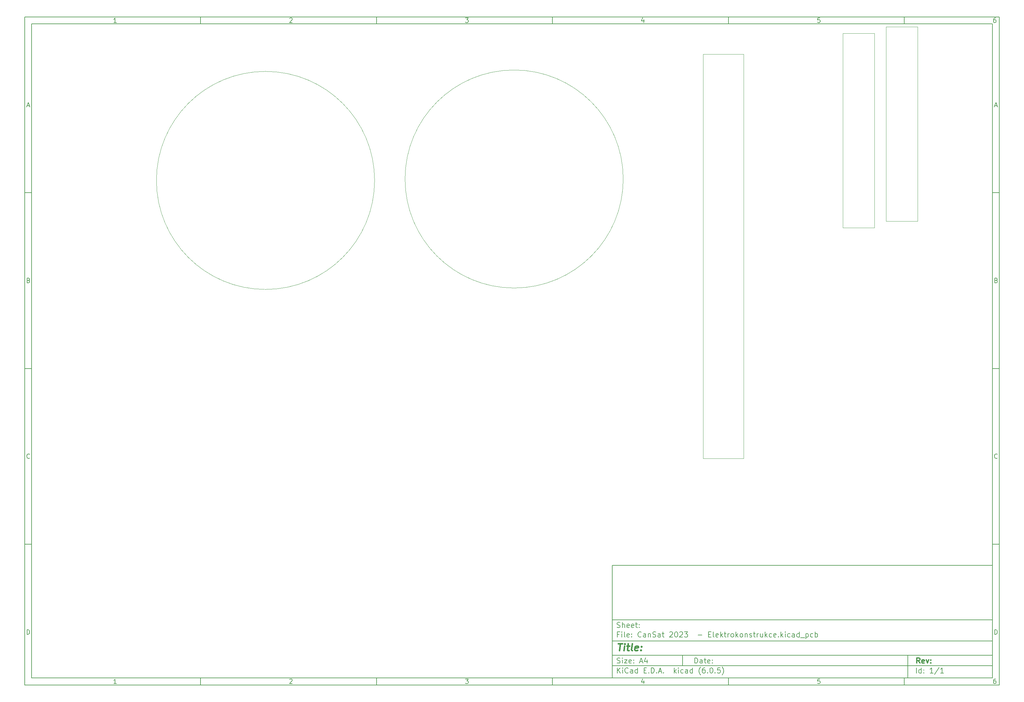
<source format=gbr>
%TF.GenerationSoftware,KiCad,Pcbnew,(6.0.5)*%
%TF.CreationDate,2022-11-07T11:26:13+01:00*%
%TF.ProjectId,CanSat 2023  - Elektrokonstrukce,43616e53-6174-4203-9230-323320202d20,rev?*%
%TF.SameCoordinates,Original*%
%TF.FileFunction,Profile,NP*%
%FSLAX46Y46*%
G04 Gerber Fmt 4.6, Leading zero omitted, Abs format (unit mm)*
G04 Created by KiCad (PCBNEW (6.0.5)) date 2022-11-07 11:26:13*
%MOMM*%
%LPD*%
G01*
G04 APERTURE LIST*
%ADD10C,0.100000*%
%ADD11C,0.150000*%
%ADD12C,0.300000*%
%ADD13C,0.400000*%
%TA.AperFunction,Profile*%
%ADD14C,0.100000*%
%TD*%
G04 APERTURE END LIST*
D10*
D11*
X177002200Y-166007200D02*
X177002200Y-198007200D01*
X285002200Y-198007200D01*
X285002200Y-166007200D01*
X177002200Y-166007200D01*
D10*
D11*
X10000000Y-10000000D02*
X10000000Y-200007200D01*
X287002200Y-200007200D01*
X287002200Y-10000000D01*
X10000000Y-10000000D01*
D10*
D11*
X12000000Y-12000000D02*
X12000000Y-198007200D01*
X285002200Y-198007200D01*
X285002200Y-12000000D01*
X12000000Y-12000000D01*
D10*
D11*
X60000000Y-12000000D02*
X60000000Y-10000000D01*
D10*
D11*
X110000000Y-12000000D02*
X110000000Y-10000000D01*
D10*
D11*
X160000000Y-12000000D02*
X160000000Y-10000000D01*
D10*
D11*
X210000000Y-12000000D02*
X210000000Y-10000000D01*
D10*
D11*
X260000000Y-12000000D02*
X260000000Y-10000000D01*
D10*
D11*
X36065476Y-11588095D02*
X35322619Y-11588095D01*
X35694047Y-11588095D02*
X35694047Y-10288095D01*
X35570238Y-10473809D01*
X35446428Y-10597619D01*
X35322619Y-10659523D01*
D10*
D11*
X85322619Y-10411904D02*
X85384523Y-10350000D01*
X85508333Y-10288095D01*
X85817857Y-10288095D01*
X85941666Y-10350000D01*
X86003571Y-10411904D01*
X86065476Y-10535714D01*
X86065476Y-10659523D01*
X86003571Y-10845238D01*
X85260714Y-11588095D01*
X86065476Y-11588095D01*
D10*
D11*
X135260714Y-10288095D02*
X136065476Y-10288095D01*
X135632142Y-10783333D01*
X135817857Y-10783333D01*
X135941666Y-10845238D01*
X136003571Y-10907142D01*
X136065476Y-11030952D01*
X136065476Y-11340476D01*
X136003571Y-11464285D01*
X135941666Y-11526190D01*
X135817857Y-11588095D01*
X135446428Y-11588095D01*
X135322619Y-11526190D01*
X135260714Y-11464285D01*
D10*
D11*
X185941666Y-10721428D02*
X185941666Y-11588095D01*
X185632142Y-10226190D02*
X185322619Y-11154761D01*
X186127380Y-11154761D01*
D10*
D11*
X236003571Y-10288095D02*
X235384523Y-10288095D01*
X235322619Y-10907142D01*
X235384523Y-10845238D01*
X235508333Y-10783333D01*
X235817857Y-10783333D01*
X235941666Y-10845238D01*
X236003571Y-10907142D01*
X236065476Y-11030952D01*
X236065476Y-11340476D01*
X236003571Y-11464285D01*
X235941666Y-11526190D01*
X235817857Y-11588095D01*
X235508333Y-11588095D01*
X235384523Y-11526190D01*
X235322619Y-11464285D01*
D10*
D11*
X285941666Y-10288095D02*
X285694047Y-10288095D01*
X285570238Y-10350000D01*
X285508333Y-10411904D01*
X285384523Y-10597619D01*
X285322619Y-10845238D01*
X285322619Y-11340476D01*
X285384523Y-11464285D01*
X285446428Y-11526190D01*
X285570238Y-11588095D01*
X285817857Y-11588095D01*
X285941666Y-11526190D01*
X286003571Y-11464285D01*
X286065476Y-11340476D01*
X286065476Y-11030952D01*
X286003571Y-10907142D01*
X285941666Y-10845238D01*
X285817857Y-10783333D01*
X285570238Y-10783333D01*
X285446428Y-10845238D01*
X285384523Y-10907142D01*
X285322619Y-11030952D01*
D10*
D11*
X60000000Y-198007200D02*
X60000000Y-200007200D01*
D10*
D11*
X110000000Y-198007200D02*
X110000000Y-200007200D01*
D10*
D11*
X160000000Y-198007200D02*
X160000000Y-200007200D01*
D10*
D11*
X210000000Y-198007200D02*
X210000000Y-200007200D01*
D10*
D11*
X260000000Y-198007200D02*
X260000000Y-200007200D01*
D10*
D11*
X36065476Y-199595295D02*
X35322619Y-199595295D01*
X35694047Y-199595295D02*
X35694047Y-198295295D01*
X35570238Y-198481009D01*
X35446428Y-198604819D01*
X35322619Y-198666723D01*
D10*
D11*
X85322619Y-198419104D02*
X85384523Y-198357200D01*
X85508333Y-198295295D01*
X85817857Y-198295295D01*
X85941666Y-198357200D01*
X86003571Y-198419104D01*
X86065476Y-198542914D01*
X86065476Y-198666723D01*
X86003571Y-198852438D01*
X85260714Y-199595295D01*
X86065476Y-199595295D01*
D10*
D11*
X135260714Y-198295295D02*
X136065476Y-198295295D01*
X135632142Y-198790533D01*
X135817857Y-198790533D01*
X135941666Y-198852438D01*
X136003571Y-198914342D01*
X136065476Y-199038152D01*
X136065476Y-199347676D01*
X136003571Y-199471485D01*
X135941666Y-199533390D01*
X135817857Y-199595295D01*
X135446428Y-199595295D01*
X135322619Y-199533390D01*
X135260714Y-199471485D01*
D10*
D11*
X185941666Y-198728628D02*
X185941666Y-199595295D01*
X185632142Y-198233390D02*
X185322619Y-199161961D01*
X186127380Y-199161961D01*
D10*
D11*
X236003571Y-198295295D02*
X235384523Y-198295295D01*
X235322619Y-198914342D01*
X235384523Y-198852438D01*
X235508333Y-198790533D01*
X235817857Y-198790533D01*
X235941666Y-198852438D01*
X236003571Y-198914342D01*
X236065476Y-199038152D01*
X236065476Y-199347676D01*
X236003571Y-199471485D01*
X235941666Y-199533390D01*
X235817857Y-199595295D01*
X235508333Y-199595295D01*
X235384523Y-199533390D01*
X235322619Y-199471485D01*
D10*
D11*
X285941666Y-198295295D02*
X285694047Y-198295295D01*
X285570238Y-198357200D01*
X285508333Y-198419104D01*
X285384523Y-198604819D01*
X285322619Y-198852438D01*
X285322619Y-199347676D01*
X285384523Y-199471485D01*
X285446428Y-199533390D01*
X285570238Y-199595295D01*
X285817857Y-199595295D01*
X285941666Y-199533390D01*
X286003571Y-199471485D01*
X286065476Y-199347676D01*
X286065476Y-199038152D01*
X286003571Y-198914342D01*
X285941666Y-198852438D01*
X285817857Y-198790533D01*
X285570238Y-198790533D01*
X285446428Y-198852438D01*
X285384523Y-198914342D01*
X285322619Y-199038152D01*
D10*
D11*
X10000000Y-60000000D02*
X12000000Y-60000000D01*
D10*
D11*
X10000000Y-110000000D02*
X12000000Y-110000000D01*
D10*
D11*
X10000000Y-160000000D02*
X12000000Y-160000000D01*
D10*
D11*
X10690476Y-35216666D02*
X11309523Y-35216666D01*
X10566666Y-35588095D02*
X11000000Y-34288095D01*
X11433333Y-35588095D01*
D10*
D11*
X11092857Y-84907142D02*
X11278571Y-84969047D01*
X11340476Y-85030952D01*
X11402380Y-85154761D01*
X11402380Y-85340476D01*
X11340476Y-85464285D01*
X11278571Y-85526190D01*
X11154761Y-85588095D01*
X10659523Y-85588095D01*
X10659523Y-84288095D01*
X11092857Y-84288095D01*
X11216666Y-84350000D01*
X11278571Y-84411904D01*
X11340476Y-84535714D01*
X11340476Y-84659523D01*
X11278571Y-84783333D01*
X11216666Y-84845238D01*
X11092857Y-84907142D01*
X10659523Y-84907142D01*
D10*
D11*
X11402380Y-135464285D02*
X11340476Y-135526190D01*
X11154761Y-135588095D01*
X11030952Y-135588095D01*
X10845238Y-135526190D01*
X10721428Y-135402380D01*
X10659523Y-135278571D01*
X10597619Y-135030952D01*
X10597619Y-134845238D01*
X10659523Y-134597619D01*
X10721428Y-134473809D01*
X10845238Y-134350000D01*
X11030952Y-134288095D01*
X11154761Y-134288095D01*
X11340476Y-134350000D01*
X11402380Y-134411904D01*
D10*
D11*
X10659523Y-185588095D02*
X10659523Y-184288095D01*
X10969047Y-184288095D01*
X11154761Y-184350000D01*
X11278571Y-184473809D01*
X11340476Y-184597619D01*
X11402380Y-184845238D01*
X11402380Y-185030952D01*
X11340476Y-185278571D01*
X11278571Y-185402380D01*
X11154761Y-185526190D01*
X10969047Y-185588095D01*
X10659523Y-185588095D01*
D10*
D11*
X287002200Y-60000000D02*
X285002200Y-60000000D01*
D10*
D11*
X287002200Y-110000000D02*
X285002200Y-110000000D01*
D10*
D11*
X287002200Y-160000000D02*
X285002200Y-160000000D01*
D10*
D11*
X285692676Y-35216666D02*
X286311723Y-35216666D01*
X285568866Y-35588095D02*
X286002200Y-34288095D01*
X286435533Y-35588095D01*
D10*
D11*
X286095057Y-84907142D02*
X286280771Y-84969047D01*
X286342676Y-85030952D01*
X286404580Y-85154761D01*
X286404580Y-85340476D01*
X286342676Y-85464285D01*
X286280771Y-85526190D01*
X286156961Y-85588095D01*
X285661723Y-85588095D01*
X285661723Y-84288095D01*
X286095057Y-84288095D01*
X286218866Y-84350000D01*
X286280771Y-84411904D01*
X286342676Y-84535714D01*
X286342676Y-84659523D01*
X286280771Y-84783333D01*
X286218866Y-84845238D01*
X286095057Y-84907142D01*
X285661723Y-84907142D01*
D10*
D11*
X286404580Y-135464285D02*
X286342676Y-135526190D01*
X286156961Y-135588095D01*
X286033152Y-135588095D01*
X285847438Y-135526190D01*
X285723628Y-135402380D01*
X285661723Y-135278571D01*
X285599819Y-135030952D01*
X285599819Y-134845238D01*
X285661723Y-134597619D01*
X285723628Y-134473809D01*
X285847438Y-134350000D01*
X286033152Y-134288095D01*
X286156961Y-134288095D01*
X286342676Y-134350000D01*
X286404580Y-134411904D01*
D10*
D11*
X285661723Y-185588095D02*
X285661723Y-184288095D01*
X285971247Y-184288095D01*
X286156961Y-184350000D01*
X286280771Y-184473809D01*
X286342676Y-184597619D01*
X286404580Y-184845238D01*
X286404580Y-185030952D01*
X286342676Y-185278571D01*
X286280771Y-185402380D01*
X286156961Y-185526190D01*
X285971247Y-185588095D01*
X285661723Y-185588095D01*
D10*
D11*
X200434342Y-193785771D02*
X200434342Y-192285771D01*
X200791485Y-192285771D01*
X201005771Y-192357200D01*
X201148628Y-192500057D01*
X201220057Y-192642914D01*
X201291485Y-192928628D01*
X201291485Y-193142914D01*
X201220057Y-193428628D01*
X201148628Y-193571485D01*
X201005771Y-193714342D01*
X200791485Y-193785771D01*
X200434342Y-193785771D01*
X202577200Y-193785771D02*
X202577200Y-193000057D01*
X202505771Y-192857200D01*
X202362914Y-192785771D01*
X202077200Y-192785771D01*
X201934342Y-192857200D01*
X202577200Y-193714342D02*
X202434342Y-193785771D01*
X202077200Y-193785771D01*
X201934342Y-193714342D01*
X201862914Y-193571485D01*
X201862914Y-193428628D01*
X201934342Y-193285771D01*
X202077200Y-193214342D01*
X202434342Y-193214342D01*
X202577200Y-193142914D01*
X203077200Y-192785771D02*
X203648628Y-192785771D01*
X203291485Y-192285771D02*
X203291485Y-193571485D01*
X203362914Y-193714342D01*
X203505771Y-193785771D01*
X203648628Y-193785771D01*
X204720057Y-193714342D02*
X204577200Y-193785771D01*
X204291485Y-193785771D01*
X204148628Y-193714342D01*
X204077200Y-193571485D01*
X204077200Y-193000057D01*
X204148628Y-192857200D01*
X204291485Y-192785771D01*
X204577200Y-192785771D01*
X204720057Y-192857200D01*
X204791485Y-193000057D01*
X204791485Y-193142914D01*
X204077200Y-193285771D01*
X205434342Y-193642914D02*
X205505771Y-193714342D01*
X205434342Y-193785771D01*
X205362914Y-193714342D01*
X205434342Y-193642914D01*
X205434342Y-193785771D01*
X205434342Y-192857200D02*
X205505771Y-192928628D01*
X205434342Y-193000057D01*
X205362914Y-192928628D01*
X205434342Y-192857200D01*
X205434342Y-193000057D01*
D10*
D11*
X177002200Y-194507200D02*
X285002200Y-194507200D01*
D10*
D11*
X178434342Y-196585771D02*
X178434342Y-195085771D01*
X179291485Y-196585771D02*
X178648628Y-195728628D01*
X179291485Y-195085771D02*
X178434342Y-195942914D01*
X179934342Y-196585771D02*
X179934342Y-195585771D01*
X179934342Y-195085771D02*
X179862914Y-195157200D01*
X179934342Y-195228628D01*
X180005771Y-195157200D01*
X179934342Y-195085771D01*
X179934342Y-195228628D01*
X181505771Y-196442914D02*
X181434342Y-196514342D01*
X181220057Y-196585771D01*
X181077200Y-196585771D01*
X180862914Y-196514342D01*
X180720057Y-196371485D01*
X180648628Y-196228628D01*
X180577200Y-195942914D01*
X180577200Y-195728628D01*
X180648628Y-195442914D01*
X180720057Y-195300057D01*
X180862914Y-195157200D01*
X181077200Y-195085771D01*
X181220057Y-195085771D01*
X181434342Y-195157200D01*
X181505771Y-195228628D01*
X182791485Y-196585771D02*
X182791485Y-195800057D01*
X182720057Y-195657200D01*
X182577200Y-195585771D01*
X182291485Y-195585771D01*
X182148628Y-195657200D01*
X182791485Y-196514342D02*
X182648628Y-196585771D01*
X182291485Y-196585771D01*
X182148628Y-196514342D01*
X182077200Y-196371485D01*
X182077200Y-196228628D01*
X182148628Y-196085771D01*
X182291485Y-196014342D01*
X182648628Y-196014342D01*
X182791485Y-195942914D01*
X184148628Y-196585771D02*
X184148628Y-195085771D01*
X184148628Y-196514342D02*
X184005771Y-196585771D01*
X183720057Y-196585771D01*
X183577200Y-196514342D01*
X183505771Y-196442914D01*
X183434342Y-196300057D01*
X183434342Y-195871485D01*
X183505771Y-195728628D01*
X183577200Y-195657200D01*
X183720057Y-195585771D01*
X184005771Y-195585771D01*
X184148628Y-195657200D01*
X186005771Y-195800057D02*
X186505771Y-195800057D01*
X186720057Y-196585771D02*
X186005771Y-196585771D01*
X186005771Y-195085771D01*
X186720057Y-195085771D01*
X187362914Y-196442914D02*
X187434342Y-196514342D01*
X187362914Y-196585771D01*
X187291485Y-196514342D01*
X187362914Y-196442914D01*
X187362914Y-196585771D01*
X188077200Y-196585771D02*
X188077200Y-195085771D01*
X188434342Y-195085771D01*
X188648628Y-195157200D01*
X188791485Y-195300057D01*
X188862914Y-195442914D01*
X188934342Y-195728628D01*
X188934342Y-195942914D01*
X188862914Y-196228628D01*
X188791485Y-196371485D01*
X188648628Y-196514342D01*
X188434342Y-196585771D01*
X188077200Y-196585771D01*
X189577200Y-196442914D02*
X189648628Y-196514342D01*
X189577200Y-196585771D01*
X189505771Y-196514342D01*
X189577200Y-196442914D01*
X189577200Y-196585771D01*
X190220057Y-196157200D02*
X190934342Y-196157200D01*
X190077200Y-196585771D02*
X190577200Y-195085771D01*
X191077200Y-196585771D01*
X191577200Y-196442914D02*
X191648628Y-196514342D01*
X191577200Y-196585771D01*
X191505771Y-196514342D01*
X191577200Y-196442914D01*
X191577200Y-196585771D01*
X194577200Y-196585771D02*
X194577200Y-195085771D01*
X194720057Y-196014342D02*
X195148628Y-196585771D01*
X195148628Y-195585771D02*
X194577200Y-196157200D01*
X195791485Y-196585771D02*
X195791485Y-195585771D01*
X195791485Y-195085771D02*
X195720057Y-195157200D01*
X195791485Y-195228628D01*
X195862914Y-195157200D01*
X195791485Y-195085771D01*
X195791485Y-195228628D01*
X197148628Y-196514342D02*
X197005771Y-196585771D01*
X196720057Y-196585771D01*
X196577200Y-196514342D01*
X196505771Y-196442914D01*
X196434342Y-196300057D01*
X196434342Y-195871485D01*
X196505771Y-195728628D01*
X196577200Y-195657200D01*
X196720057Y-195585771D01*
X197005771Y-195585771D01*
X197148628Y-195657200D01*
X198434342Y-196585771D02*
X198434342Y-195800057D01*
X198362914Y-195657200D01*
X198220057Y-195585771D01*
X197934342Y-195585771D01*
X197791485Y-195657200D01*
X198434342Y-196514342D02*
X198291485Y-196585771D01*
X197934342Y-196585771D01*
X197791485Y-196514342D01*
X197720057Y-196371485D01*
X197720057Y-196228628D01*
X197791485Y-196085771D01*
X197934342Y-196014342D01*
X198291485Y-196014342D01*
X198434342Y-195942914D01*
X199791485Y-196585771D02*
X199791485Y-195085771D01*
X199791485Y-196514342D02*
X199648628Y-196585771D01*
X199362914Y-196585771D01*
X199220057Y-196514342D01*
X199148628Y-196442914D01*
X199077200Y-196300057D01*
X199077200Y-195871485D01*
X199148628Y-195728628D01*
X199220057Y-195657200D01*
X199362914Y-195585771D01*
X199648628Y-195585771D01*
X199791485Y-195657200D01*
X202077200Y-197157200D02*
X202005771Y-197085771D01*
X201862914Y-196871485D01*
X201791485Y-196728628D01*
X201720057Y-196514342D01*
X201648628Y-196157200D01*
X201648628Y-195871485D01*
X201720057Y-195514342D01*
X201791485Y-195300057D01*
X201862914Y-195157200D01*
X202005771Y-194942914D01*
X202077200Y-194871485D01*
X203291485Y-195085771D02*
X203005771Y-195085771D01*
X202862914Y-195157200D01*
X202791485Y-195228628D01*
X202648628Y-195442914D01*
X202577200Y-195728628D01*
X202577200Y-196300057D01*
X202648628Y-196442914D01*
X202720057Y-196514342D01*
X202862914Y-196585771D01*
X203148628Y-196585771D01*
X203291485Y-196514342D01*
X203362914Y-196442914D01*
X203434342Y-196300057D01*
X203434342Y-195942914D01*
X203362914Y-195800057D01*
X203291485Y-195728628D01*
X203148628Y-195657200D01*
X202862914Y-195657200D01*
X202720057Y-195728628D01*
X202648628Y-195800057D01*
X202577200Y-195942914D01*
X204077200Y-196442914D02*
X204148628Y-196514342D01*
X204077200Y-196585771D01*
X204005771Y-196514342D01*
X204077200Y-196442914D01*
X204077200Y-196585771D01*
X205077200Y-195085771D02*
X205220057Y-195085771D01*
X205362914Y-195157200D01*
X205434342Y-195228628D01*
X205505771Y-195371485D01*
X205577200Y-195657200D01*
X205577200Y-196014342D01*
X205505771Y-196300057D01*
X205434342Y-196442914D01*
X205362914Y-196514342D01*
X205220057Y-196585771D01*
X205077200Y-196585771D01*
X204934342Y-196514342D01*
X204862914Y-196442914D01*
X204791485Y-196300057D01*
X204720057Y-196014342D01*
X204720057Y-195657200D01*
X204791485Y-195371485D01*
X204862914Y-195228628D01*
X204934342Y-195157200D01*
X205077200Y-195085771D01*
X206220057Y-196442914D02*
X206291485Y-196514342D01*
X206220057Y-196585771D01*
X206148628Y-196514342D01*
X206220057Y-196442914D01*
X206220057Y-196585771D01*
X207648628Y-195085771D02*
X206934342Y-195085771D01*
X206862914Y-195800057D01*
X206934342Y-195728628D01*
X207077200Y-195657200D01*
X207434342Y-195657200D01*
X207577200Y-195728628D01*
X207648628Y-195800057D01*
X207720057Y-195942914D01*
X207720057Y-196300057D01*
X207648628Y-196442914D01*
X207577200Y-196514342D01*
X207434342Y-196585771D01*
X207077200Y-196585771D01*
X206934342Y-196514342D01*
X206862914Y-196442914D01*
X208220057Y-197157200D02*
X208291485Y-197085771D01*
X208434342Y-196871485D01*
X208505771Y-196728628D01*
X208577200Y-196514342D01*
X208648628Y-196157200D01*
X208648628Y-195871485D01*
X208577200Y-195514342D01*
X208505771Y-195300057D01*
X208434342Y-195157200D01*
X208291485Y-194942914D01*
X208220057Y-194871485D01*
D10*
D11*
X177002200Y-191507200D02*
X285002200Y-191507200D01*
D10*
D12*
X264411485Y-193785771D02*
X263911485Y-193071485D01*
X263554342Y-193785771D02*
X263554342Y-192285771D01*
X264125771Y-192285771D01*
X264268628Y-192357200D01*
X264340057Y-192428628D01*
X264411485Y-192571485D01*
X264411485Y-192785771D01*
X264340057Y-192928628D01*
X264268628Y-193000057D01*
X264125771Y-193071485D01*
X263554342Y-193071485D01*
X265625771Y-193714342D02*
X265482914Y-193785771D01*
X265197200Y-193785771D01*
X265054342Y-193714342D01*
X264982914Y-193571485D01*
X264982914Y-193000057D01*
X265054342Y-192857200D01*
X265197200Y-192785771D01*
X265482914Y-192785771D01*
X265625771Y-192857200D01*
X265697200Y-193000057D01*
X265697200Y-193142914D01*
X264982914Y-193285771D01*
X266197200Y-192785771D02*
X266554342Y-193785771D01*
X266911485Y-192785771D01*
X267482914Y-193642914D02*
X267554342Y-193714342D01*
X267482914Y-193785771D01*
X267411485Y-193714342D01*
X267482914Y-193642914D01*
X267482914Y-193785771D01*
X267482914Y-192857200D02*
X267554342Y-192928628D01*
X267482914Y-193000057D01*
X267411485Y-192928628D01*
X267482914Y-192857200D01*
X267482914Y-193000057D01*
D10*
D11*
X178362914Y-193714342D02*
X178577200Y-193785771D01*
X178934342Y-193785771D01*
X179077200Y-193714342D01*
X179148628Y-193642914D01*
X179220057Y-193500057D01*
X179220057Y-193357200D01*
X179148628Y-193214342D01*
X179077200Y-193142914D01*
X178934342Y-193071485D01*
X178648628Y-193000057D01*
X178505771Y-192928628D01*
X178434342Y-192857200D01*
X178362914Y-192714342D01*
X178362914Y-192571485D01*
X178434342Y-192428628D01*
X178505771Y-192357200D01*
X178648628Y-192285771D01*
X179005771Y-192285771D01*
X179220057Y-192357200D01*
X179862914Y-193785771D02*
X179862914Y-192785771D01*
X179862914Y-192285771D02*
X179791485Y-192357200D01*
X179862914Y-192428628D01*
X179934342Y-192357200D01*
X179862914Y-192285771D01*
X179862914Y-192428628D01*
X180434342Y-192785771D02*
X181220057Y-192785771D01*
X180434342Y-193785771D01*
X181220057Y-193785771D01*
X182362914Y-193714342D02*
X182220057Y-193785771D01*
X181934342Y-193785771D01*
X181791485Y-193714342D01*
X181720057Y-193571485D01*
X181720057Y-193000057D01*
X181791485Y-192857200D01*
X181934342Y-192785771D01*
X182220057Y-192785771D01*
X182362914Y-192857200D01*
X182434342Y-193000057D01*
X182434342Y-193142914D01*
X181720057Y-193285771D01*
X183077200Y-193642914D02*
X183148628Y-193714342D01*
X183077200Y-193785771D01*
X183005771Y-193714342D01*
X183077200Y-193642914D01*
X183077200Y-193785771D01*
X183077200Y-192857200D02*
X183148628Y-192928628D01*
X183077200Y-193000057D01*
X183005771Y-192928628D01*
X183077200Y-192857200D01*
X183077200Y-193000057D01*
X184862914Y-193357200D02*
X185577200Y-193357200D01*
X184720057Y-193785771D02*
X185220057Y-192285771D01*
X185720057Y-193785771D01*
X186862914Y-192785771D02*
X186862914Y-193785771D01*
X186505771Y-192214342D02*
X186148628Y-193285771D01*
X187077200Y-193285771D01*
D10*
D11*
X263434342Y-196585771D02*
X263434342Y-195085771D01*
X264791485Y-196585771D02*
X264791485Y-195085771D01*
X264791485Y-196514342D02*
X264648628Y-196585771D01*
X264362914Y-196585771D01*
X264220057Y-196514342D01*
X264148628Y-196442914D01*
X264077200Y-196300057D01*
X264077200Y-195871485D01*
X264148628Y-195728628D01*
X264220057Y-195657200D01*
X264362914Y-195585771D01*
X264648628Y-195585771D01*
X264791485Y-195657200D01*
X265505771Y-196442914D02*
X265577200Y-196514342D01*
X265505771Y-196585771D01*
X265434342Y-196514342D01*
X265505771Y-196442914D01*
X265505771Y-196585771D01*
X265505771Y-195657200D02*
X265577200Y-195728628D01*
X265505771Y-195800057D01*
X265434342Y-195728628D01*
X265505771Y-195657200D01*
X265505771Y-195800057D01*
X268148628Y-196585771D02*
X267291485Y-196585771D01*
X267720057Y-196585771D02*
X267720057Y-195085771D01*
X267577200Y-195300057D01*
X267434342Y-195442914D01*
X267291485Y-195514342D01*
X269862914Y-195014342D02*
X268577200Y-196942914D01*
X271148628Y-196585771D02*
X270291485Y-196585771D01*
X270720057Y-196585771D02*
X270720057Y-195085771D01*
X270577200Y-195300057D01*
X270434342Y-195442914D01*
X270291485Y-195514342D01*
D10*
D11*
X177002200Y-187507200D02*
X285002200Y-187507200D01*
D10*
D13*
X178714580Y-188211961D02*
X179857438Y-188211961D01*
X179036009Y-190211961D02*
X179286009Y-188211961D01*
X180274104Y-190211961D02*
X180440771Y-188878628D01*
X180524104Y-188211961D02*
X180416961Y-188307200D01*
X180500295Y-188402438D01*
X180607438Y-188307200D01*
X180524104Y-188211961D01*
X180500295Y-188402438D01*
X181107438Y-188878628D02*
X181869342Y-188878628D01*
X181476485Y-188211961D02*
X181262200Y-189926247D01*
X181333628Y-190116723D01*
X181512200Y-190211961D01*
X181702676Y-190211961D01*
X182655057Y-190211961D02*
X182476485Y-190116723D01*
X182405057Y-189926247D01*
X182619342Y-188211961D01*
X184190771Y-190116723D02*
X183988390Y-190211961D01*
X183607438Y-190211961D01*
X183428866Y-190116723D01*
X183357438Y-189926247D01*
X183452676Y-189164342D01*
X183571723Y-188973866D01*
X183774104Y-188878628D01*
X184155057Y-188878628D01*
X184333628Y-188973866D01*
X184405057Y-189164342D01*
X184381247Y-189354819D01*
X183405057Y-189545295D01*
X185155057Y-190021485D02*
X185238390Y-190116723D01*
X185131247Y-190211961D01*
X185047914Y-190116723D01*
X185155057Y-190021485D01*
X185131247Y-190211961D01*
X185286009Y-188973866D02*
X185369342Y-189069104D01*
X185262200Y-189164342D01*
X185178866Y-189069104D01*
X185286009Y-188973866D01*
X185262200Y-189164342D01*
D10*
D11*
X178934342Y-185600057D02*
X178434342Y-185600057D01*
X178434342Y-186385771D02*
X178434342Y-184885771D01*
X179148628Y-184885771D01*
X179720057Y-186385771D02*
X179720057Y-185385771D01*
X179720057Y-184885771D02*
X179648628Y-184957200D01*
X179720057Y-185028628D01*
X179791485Y-184957200D01*
X179720057Y-184885771D01*
X179720057Y-185028628D01*
X180648628Y-186385771D02*
X180505771Y-186314342D01*
X180434342Y-186171485D01*
X180434342Y-184885771D01*
X181791485Y-186314342D02*
X181648628Y-186385771D01*
X181362914Y-186385771D01*
X181220057Y-186314342D01*
X181148628Y-186171485D01*
X181148628Y-185600057D01*
X181220057Y-185457200D01*
X181362914Y-185385771D01*
X181648628Y-185385771D01*
X181791485Y-185457200D01*
X181862914Y-185600057D01*
X181862914Y-185742914D01*
X181148628Y-185885771D01*
X182505771Y-186242914D02*
X182577200Y-186314342D01*
X182505771Y-186385771D01*
X182434342Y-186314342D01*
X182505771Y-186242914D01*
X182505771Y-186385771D01*
X182505771Y-185457200D02*
X182577200Y-185528628D01*
X182505771Y-185600057D01*
X182434342Y-185528628D01*
X182505771Y-185457200D01*
X182505771Y-185600057D01*
X185220057Y-186242914D02*
X185148628Y-186314342D01*
X184934342Y-186385771D01*
X184791485Y-186385771D01*
X184577200Y-186314342D01*
X184434342Y-186171485D01*
X184362914Y-186028628D01*
X184291485Y-185742914D01*
X184291485Y-185528628D01*
X184362914Y-185242914D01*
X184434342Y-185100057D01*
X184577200Y-184957200D01*
X184791485Y-184885771D01*
X184934342Y-184885771D01*
X185148628Y-184957200D01*
X185220057Y-185028628D01*
X186505771Y-186385771D02*
X186505771Y-185600057D01*
X186434342Y-185457200D01*
X186291485Y-185385771D01*
X186005771Y-185385771D01*
X185862914Y-185457200D01*
X186505771Y-186314342D02*
X186362914Y-186385771D01*
X186005771Y-186385771D01*
X185862914Y-186314342D01*
X185791485Y-186171485D01*
X185791485Y-186028628D01*
X185862914Y-185885771D01*
X186005771Y-185814342D01*
X186362914Y-185814342D01*
X186505771Y-185742914D01*
X187220057Y-185385771D02*
X187220057Y-186385771D01*
X187220057Y-185528628D02*
X187291485Y-185457200D01*
X187434342Y-185385771D01*
X187648628Y-185385771D01*
X187791485Y-185457200D01*
X187862914Y-185600057D01*
X187862914Y-186385771D01*
X188505771Y-186314342D02*
X188720057Y-186385771D01*
X189077200Y-186385771D01*
X189220057Y-186314342D01*
X189291485Y-186242914D01*
X189362914Y-186100057D01*
X189362914Y-185957200D01*
X189291485Y-185814342D01*
X189220057Y-185742914D01*
X189077200Y-185671485D01*
X188791485Y-185600057D01*
X188648628Y-185528628D01*
X188577200Y-185457200D01*
X188505771Y-185314342D01*
X188505771Y-185171485D01*
X188577200Y-185028628D01*
X188648628Y-184957200D01*
X188791485Y-184885771D01*
X189148628Y-184885771D01*
X189362914Y-184957200D01*
X190648628Y-186385771D02*
X190648628Y-185600057D01*
X190577200Y-185457200D01*
X190434342Y-185385771D01*
X190148628Y-185385771D01*
X190005771Y-185457200D01*
X190648628Y-186314342D02*
X190505771Y-186385771D01*
X190148628Y-186385771D01*
X190005771Y-186314342D01*
X189934342Y-186171485D01*
X189934342Y-186028628D01*
X190005771Y-185885771D01*
X190148628Y-185814342D01*
X190505771Y-185814342D01*
X190648628Y-185742914D01*
X191148628Y-185385771D02*
X191720057Y-185385771D01*
X191362914Y-184885771D02*
X191362914Y-186171485D01*
X191434342Y-186314342D01*
X191577200Y-186385771D01*
X191720057Y-186385771D01*
X193291485Y-185028628D02*
X193362914Y-184957200D01*
X193505771Y-184885771D01*
X193862914Y-184885771D01*
X194005771Y-184957200D01*
X194077200Y-185028628D01*
X194148628Y-185171485D01*
X194148628Y-185314342D01*
X194077200Y-185528628D01*
X193220057Y-186385771D01*
X194148628Y-186385771D01*
X195077200Y-184885771D02*
X195220057Y-184885771D01*
X195362914Y-184957200D01*
X195434342Y-185028628D01*
X195505771Y-185171485D01*
X195577200Y-185457200D01*
X195577200Y-185814342D01*
X195505771Y-186100057D01*
X195434342Y-186242914D01*
X195362914Y-186314342D01*
X195220057Y-186385771D01*
X195077200Y-186385771D01*
X194934342Y-186314342D01*
X194862914Y-186242914D01*
X194791485Y-186100057D01*
X194720057Y-185814342D01*
X194720057Y-185457200D01*
X194791485Y-185171485D01*
X194862914Y-185028628D01*
X194934342Y-184957200D01*
X195077200Y-184885771D01*
X196148628Y-185028628D02*
X196220057Y-184957200D01*
X196362914Y-184885771D01*
X196720057Y-184885771D01*
X196862914Y-184957200D01*
X196934342Y-185028628D01*
X197005771Y-185171485D01*
X197005771Y-185314342D01*
X196934342Y-185528628D01*
X196077200Y-186385771D01*
X197005771Y-186385771D01*
X197505771Y-184885771D02*
X198434342Y-184885771D01*
X197934342Y-185457200D01*
X198148628Y-185457200D01*
X198291485Y-185528628D01*
X198362914Y-185600057D01*
X198434342Y-185742914D01*
X198434342Y-186100057D01*
X198362914Y-186242914D01*
X198291485Y-186314342D01*
X198148628Y-186385771D01*
X197720057Y-186385771D01*
X197577200Y-186314342D01*
X197505771Y-186242914D01*
X201362914Y-185814342D02*
X202505771Y-185814342D01*
X204362914Y-185600057D02*
X204862914Y-185600057D01*
X205077200Y-186385771D02*
X204362914Y-186385771D01*
X204362914Y-184885771D01*
X205077200Y-184885771D01*
X205934342Y-186385771D02*
X205791485Y-186314342D01*
X205720057Y-186171485D01*
X205720057Y-184885771D01*
X207077200Y-186314342D02*
X206934342Y-186385771D01*
X206648628Y-186385771D01*
X206505771Y-186314342D01*
X206434342Y-186171485D01*
X206434342Y-185600057D01*
X206505771Y-185457200D01*
X206648628Y-185385771D01*
X206934342Y-185385771D01*
X207077200Y-185457200D01*
X207148628Y-185600057D01*
X207148628Y-185742914D01*
X206434342Y-185885771D01*
X207791485Y-186385771D02*
X207791485Y-184885771D01*
X207934342Y-185814342D02*
X208362914Y-186385771D01*
X208362914Y-185385771D02*
X207791485Y-185957200D01*
X208791485Y-185385771D02*
X209362914Y-185385771D01*
X209005771Y-184885771D02*
X209005771Y-186171485D01*
X209077200Y-186314342D01*
X209220057Y-186385771D01*
X209362914Y-186385771D01*
X209862914Y-186385771D02*
X209862914Y-185385771D01*
X209862914Y-185671485D02*
X209934342Y-185528628D01*
X210005771Y-185457200D01*
X210148628Y-185385771D01*
X210291485Y-185385771D01*
X211005771Y-186385771D02*
X210862914Y-186314342D01*
X210791485Y-186242914D01*
X210720057Y-186100057D01*
X210720057Y-185671485D01*
X210791485Y-185528628D01*
X210862914Y-185457200D01*
X211005771Y-185385771D01*
X211220057Y-185385771D01*
X211362914Y-185457200D01*
X211434342Y-185528628D01*
X211505771Y-185671485D01*
X211505771Y-186100057D01*
X211434342Y-186242914D01*
X211362914Y-186314342D01*
X211220057Y-186385771D01*
X211005771Y-186385771D01*
X212148628Y-186385771D02*
X212148628Y-184885771D01*
X212291485Y-185814342D02*
X212720057Y-186385771D01*
X212720057Y-185385771D02*
X212148628Y-185957200D01*
X213577200Y-186385771D02*
X213434342Y-186314342D01*
X213362914Y-186242914D01*
X213291485Y-186100057D01*
X213291485Y-185671485D01*
X213362914Y-185528628D01*
X213434342Y-185457200D01*
X213577200Y-185385771D01*
X213791485Y-185385771D01*
X213934342Y-185457200D01*
X214005771Y-185528628D01*
X214077200Y-185671485D01*
X214077200Y-186100057D01*
X214005771Y-186242914D01*
X213934342Y-186314342D01*
X213791485Y-186385771D01*
X213577200Y-186385771D01*
X214720057Y-185385771D02*
X214720057Y-186385771D01*
X214720057Y-185528628D02*
X214791485Y-185457200D01*
X214934342Y-185385771D01*
X215148628Y-185385771D01*
X215291485Y-185457200D01*
X215362914Y-185600057D01*
X215362914Y-186385771D01*
X216005771Y-186314342D02*
X216148628Y-186385771D01*
X216434342Y-186385771D01*
X216577200Y-186314342D01*
X216648628Y-186171485D01*
X216648628Y-186100057D01*
X216577200Y-185957200D01*
X216434342Y-185885771D01*
X216220057Y-185885771D01*
X216077200Y-185814342D01*
X216005771Y-185671485D01*
X216005771Y-185600057D01*
X216077200Y-185457200D01*
X216220057Y-185385771D01*
X216434342Y-185385771D01*
X216577200Y-185457200D01*
X217077200Y-185385771D02*
X217648628Y-185385771D01*
X217291485Y-184885771D02*
X217291485Y-186171485D01*
X217362914Y-186314342D01*
X217505771Y-186385771D01*
X217648628Y-186385771D01*
X218148628Y-186385771D02*
X218148628Y-185385771D01*
X218148628Y-185671485D02*
X218220057Y-185528628D01*
X218291485Y-185457200D01*
X218434342Y-185385771D01*
X218577200Y-185385771D01*
X219720057Y-185385771D02*
X219720057Y-186385771D01*
X219077200Y-185385771D02*
X219077200Y-186171485D01*
X219148628Y-186314342D01*
X219291485Y-186385771D01*
X219505771Y-186385771D01*
X219648628Y-186314342D01*
X219720057Y-186242914D01*
X220434342Y-186385771D02*
X220434342Y-184885771D01*
X220577200Y-185814342D02*
X221005771Y-186385771D01*
X221005771Y-185385771D02*
X220434342Y-185957200D01*
X222291485Y-186314342D02*
X222148628Y-186385771D01*
X221862914Y-186385771D01*
X221720057Y-186314342D01*
X221648628Y-186242914D01*
X221577200Y-186100057D01*
X221577200Y-185671485D01*
X221648628Y-185528628D01*
X221720057Y-185457200D01*
X221862914Y-185385771D01*
X222148628Y-185385771D01*
X222291485Y-185457200D01*
X223505771Y-186314342D02*
X223362914Y-186385771D01*
X223077200Y-186385771D01*
X222934342Y-186314342D01*
X222862914Y-186171485D01*
X222862914Y-185600057D01*
X222934342Y-185457200D01*
X223077200Y-185385771D01*
X223362914Y-185385771D01*
X223505771Y-185457200D01*
X223577200Y-185600057D01*
X223577200Y-185742914D01*
X222862914Y-185885771D01*
X224220057Y-186242914D02*
X224291485Y-186314342D01*
X224220057Y-186385771D01*
X224148628Y-186314342D01*
X224220057Y-186242914D01*
X224220057Y-186385771D01*
X224934342Y-186385771D02*
X224934342Y-184885771D01*
X225077200Y-185814342D02*
X225505771Y-186385771D01*
X225505771Y-185385771D02*
X224934342Y-185957200D01*
X226148628Y-186385771D02*
X226148628Y-185385771D01*
X226148628Y-184885771D02*
X226077200Y-184957200D01*
X226148628Y-185028628D01*
X226220057Y-184957200D01*
X226148628Y-184885771D01*
X226148628Y-185028628D01*
X227505771Y-186314342D02*
X227362914Y-186385771D01*
X227077200Y-186385771D01*
X226934342Y-186314342D01*
X226862914Y-186242914D01*
X226791485Y-186100057D01*
X226791485Y-185671485D01*
X226862914Y-185528628D01*
X226934342Y-185457200D01*
X227077200Y-185385771D01*
X227362914Y-185385771D01*
X227505771Y-185457200D01*
X228791485Y-186385771D02*
X228791485Y-185600057D01*
X228720057Y-185457200D01*
X228577200Y-185385771D01*
X228291485Y-185385771D01*
X228148628Y-185457200D01*
X228791485Y-186314342D02*
X228648628Y-186385771D01*
X228291485Y-186385771D01*
X228148628Y-186314342D01*
X228077200Y-186171485D01*
X228077200Y-186028628D01*
X228148628Y-185885771D01*
X228291485Y-185814342D01*
X228648628Y-185814342D01*
X228791485Y-185742914D01*
X230148628Y-186385771D02*
X230148628Y-184885771D01*
X230148628Y-186314342D02*
X230005771Y-186385771D01*
X229720057Y-186385771D01*
X229577200Y-186314342D01*
X229505771Y-186242914D01*
X229434342Y-186100057D01*
X229434342Y-185671485D01*
X229505771Y-185528628D01*
X229577200Y-185457200D01*
X229720057Y-185385771D01*
X230005771Y-185385771D01*
X230148628Y-185457200D01*
X230505771Y-186528628D02*
X231648628Y-186528628D01*
X232005771Y-185385771D02*
X232005771Y-186885771D01*
X232005771Y-185457200D02*
X232148628Y-185385771D01*
X232434342Y-185385771D01*
X232577200Y-185457200D01*
X232648628Y-185528628D01*
X232720057Y-185671485D01*
X232720057Y-186100057D01*
X232648628Y-186242914D01*
X232577200Y-186314342D01*
X232434342Y-186385771D01*
X232148628Y-186385771D01*
X232005771Y-186314342D01*
X234005771Y-186314342D02*
X233862914Y-186385771D01*
X233577200Y-186385771D01*
X233434342Y-186314342D01*
X233362914Y-186242914D01*
X233291485Y-186100057D01*
X233291485Y-185671485D01*
X233362914Y-185528628D01*
X233434342Y-185457200D01*
X233577200Y-185385771D01*
X233862914Y-185385771D01*
X234005771Y-185457200D01*
X234648628Y-186385771D02*
X234648628Y-184885771D01*
X234648628Y-185457200D02*
X234791485Y-185385771D01*
X235077200Y-185385771D01*
X235220057Y-185457200D01*
X235291485Y-185528628D01*
X235362914Y-185671485D01*
X235362914Y-186100057D01*
X235291485Y-186242914D01*
X235220057Y-186314342D01*
X235077200Y-186385771D01*
X234791485Y-186385771D01*
X234648628Y-186314342D01*
D10*
D11*
X177002200Y-181507200D02*
X285002200Y-181507200D01*
D10*
D11*
X178362914Y-183614342D02*
X178577200Y-183685771D01*
X178934342Y-183685771D01*
X179077200Y-183614342D01*
X179148628Y-183542914D01*
X179220057Y-183400057D01*
X179220057Y-183257200D01*
X179148628Y-183114342D01*
X179077200Y-183042914D01*
X178934342Y-182971485D01*
X178648628Y-182900057D01*
X178505771Y-182828628D01*
X178434342Y-182757200D01*
X178362914Y-182614342D01*
X178362914Y-182471485D01*
X178434342Y-182328628D01*
X178505771Y-182257200D01*
X178648628Y-182185771D01*
X179005771Y-182185771D01*
X179220057Y-182257200D01*
X179862914Y-183685771D02*
X179862914Y-182185771D01*
X180505771Y-183685771D02*
X180505771Y-182900057D01*
X180434342Y-182757200D01*
X180291485Y-182685771D01*
X180077200Y-182685771D01*
X179934342Y-182757200D01*
X179862914Y-182828628D01*
X181791485Y-183614342D02*
X181648628Y-183685771D01*
X181362914Y-183685771D01*
X181220057Y-183614342D01*
X181148628Y-183471485D01*
X181148628Y-182900057D01*
X181220057Y-182757200D01*
X181362914Y-182685771D01*
X181648628Y-182685771D01*
X181791485Y-182757200D01*
X181862914Y-182900057D01*
X181862914Y-183042914D01*
X181148628Y-183185771D01*
X183077200Y-183614342D02*
X182934342Y-183685771D01*
X182648628Y-183685771D01*
X182505771Y-183614342D01*
X182434342Y-183471485D01*
X182434342Y-182900057D01*
X182505771Y-182757200D01*
X182648628Y-182685771D01*
X182934342Y-182685771D01*
X183077200Y-182757200D01*
X183148628Y-182900057D01*
X183148628Y-183042914D01*
X182434342Y-183185771D01*
X183577200Y-182685771D02*
X184148628Y-182685771D01*
X183791485Y-182185771D02*
X183791485Y-183471485D01*
X183862914Y-183614342D01*
X184005771Y-183685771D01*
X184148628Y-183685771D01*
X184648628Y-183542914D02*
X184720057Y-183614342D01*
X184648628Y-183685771D01*
X184577200Y-183614342D01*
X184648628Y-183542914D01*
X184648628Y-183685771D01*
X184648628Y-182757200D02*
X184720057Y-182828628D01*
X184648628Y-182900057D01*
X184577200Y-182828628D01*
X184648628Y-182757200D01*
X184648628Y-182900057D01*
D10*
D12*
D10*
D11*
D10*
D11*
D10*
D11*
D10*
D11*
D10*
D11*
X197002200Y-191507200D02*
X197002200Y-194507200D01*
D10*
D11*
X261002200Y-191507200D02*
X261002200Y-198007200D01*
D14*
X109450000Y-56500000D02*
G75*
G03*
X109450000Y-56500000I-31000000J0D01*
G01*
X242500000Y-69950000D02*
X251500000Y-69950000D01*
X251500000Y-69950000D02*
X251500000Y-14650000D01*
X251500000Y-14650000D02*
X242500000Y-14650000D01*
X242500000Y-14650000D02*
X242500000Y-69950000D01*
X202800000Y-135600000D02*
X214300000Y-135600000D01*
X214300000Y-135600000D02*
X214300000Y-20600000D01*
X214300000Y-20600000D02*
X202800000Y-20600000D01*
X202800000Y-20600000D02*
X202800000Y-135600000D01*
X180100000Y-56100000D02*
G75*
G03*
X180100000Y-56100000I-31000000J0D01*
G01*
X254800000Y-68100000D02*
X263800000Y-68100000D01*
X263800000Y-68100000D02*
X263800000Y-12800000D01*
X263800000Y-12800000D02*
X254800000Y-12800000D01*
X254800000Y-12800000D02*
X254800000Y-68100000D01*
M02*

</source>
